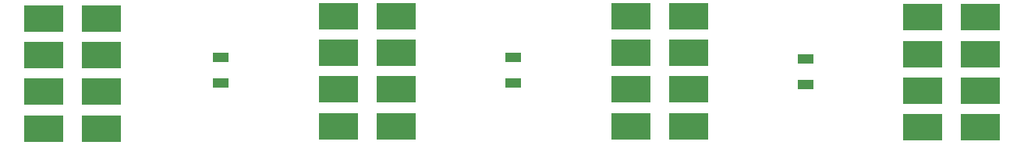
<source format=gbp>
%FSLAX25Y25*%
%MOIN*%
G70*
G01*
G75*
G04 Layer_Color=6049101*
%ADD10R,0.05906X0.05906*%
%ADD11R,0.05906X0.05906*%
%ADD12C,0.02500*%
%ADD13C,0.16500*%
%ADD14C,0.04000*%
%ADD15R,0.17716X0.12205*%
%ADD16R,0.08000X0.05000*%
%ADD17C,0.05000*%
%ADD18C,0.01000*%
%ADD19C,0.01200*%
%ADD20C,0.01500*%
%ADD21R,0.04906X0.04906*%
%ADD22R,0.04906X0.04906*%
%ADD23R,0.16716X0.11205*%
%ADD24R,0.07000X0.04000*%
D23*
X1337000Y905248D02*
D03*
X1312394D02*
D03*
X1337000Y889500D02*
D03*
Y873752D02*
D03*
Y858004D02*
D03*
X1312394Y889500D02*
D03*
Y873752D02*
D03*
Y858004D02*
D03*
X1212500Y905748D02*
D03*
X1187894D02*
D03*
X1212500Y890000D02*
D03*
Y874252D02*
D03*
Y858504D02*
D03*
X1187894Y890000D02*
D03*
Y874252D02*
D03*
Y858504D02*
D03*
X1087500Y905748D02*
D03*
X1062894D02*
D03*
X1087500Y890000D02*
D03*
Y874252D02*
D03*
Y858504D02*
D03*
X1062894Y890000D02*
D03*
Y874252D02*
D03*
Y858504D02*
D03*
X961500Y904748D02*
D03*
X936894D02*
D03*
X961500Y889000D02*
D03*
Y873252D02*
D03*
Y857504D02*
D03*
X936894Y889000D02*
D03*
Y873252D02*
D03*
Y857504D02*
D03*
D24*
X1262500Y876500D02*
D03*
Y887500D02*
D03*
X1012500Y877000D02*
D03*
Y888000D02*
D03*
X1137500Y877000D02*
D03*
Y888000D02*
D03*
M02*

</source>
